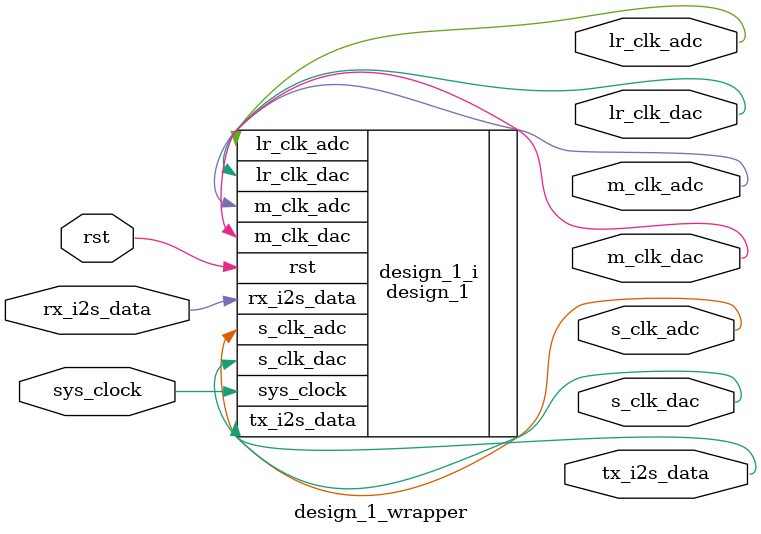
<source format=v>
`timescale 1 ps / 1 ps

module design_1_wrapper
   (lr_clk_adc,
    lr_clk_dac,
    m_clk_adc,
    m_clk_dac,
    rst,
    rx_i2s_data,
    s_clk_adc,
    s_clk_dac,
    sys_clock,
    tx_i2s_data);
  output lr_clk_adc;
  output lr_clk_dac;
  output m_clk_adc;
  output m_clk_dac;
  input rst;
  input rx_i2s_data;
  output s_clk_adc;
  output s_clk_dac;
  input sys_clock;
  output tx_i2s_data;

  wire lr_clk_adc;
  wire lr_clk_dac;
  wire m_clk_adc;
  wire m_clk_dac;
  wire rst;
  wire rx_i2s_data;
  wire s_clk_adc;
  wire s_clk_dac;
  wire sys_clock;
  wire tx_i2s_data;

  design_1 design_1_i
       (.lr_clk_adc(lr_clk_adc),
        .lr_clk_dac(lr_clk_dac),
        .m_clk_adc(m_clk_adc),
        .m_clk_dac(m_clk_dac),
        .rst(rst),
        .rx_i2s_data(rx_i2s_data),
        .s_clk_adc(s_clk_adc),
        .s_clk_dac(s_clk_dac),
        .sys_clock(sys_clock),
        .tx_i2s_data(tx_i2s_data));
endmodule

</source>
